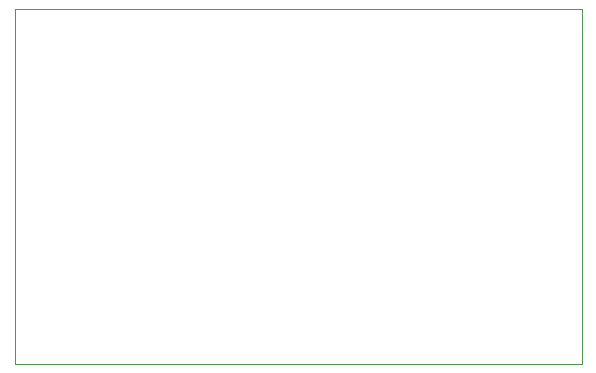
<source format=gm1>
G04*
G04 #@! TF.GenerationSoftware,Altium Limited,Altium Designer,21.8.1 (53)*
G04*
G04 Layer_Color=16711935*
%FSLAX44Y44*%
%MOMM*%
G71*
G04*
G04 #@! TF.SameCoordinates,89A26796-2BA6-48C1-BC3F-9F2CA1C84395*
G04*
G04*
G04 #@! TF.FilePolarity,Positive*
G04*
G01*
G75*
%ADD54C,0.1000*%
D54*
X480000D01*
Y300000D01*
X0D02*
X480000D01*
X0Y0D02*
Y300000D01*
M02*

</source>
